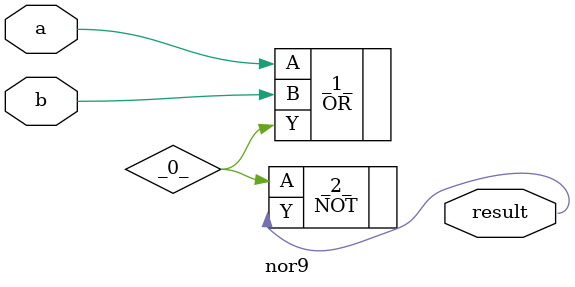
<source format=v>
/* Generated by Yosys 0.41+83 (git sha1 7045cf509, x86_64-w64-mingw32-g++ 13.2.1 -Os) */

/* cells_not_processed =  1  */
/* src = "nor9.v:2.1-17.10" */
module nor9(a, b, result);
  wire _0_;
  /* src = "nor9.v:3.11-3.12" */
  input a;
  wire a;
  /* src = "nor9.v:4.11-4.12" */
  input b;
  wire b;
  /* src = "nor9.v:5.16-5.22" */
  output result;
  wire result;
  OR _1_ (
    .A(a),
    .B(b),
    .Y(_0_)
  );
  NOT _2_ (
    .A(_0_),
    .Y(result)
  );
endmodule

</source>
